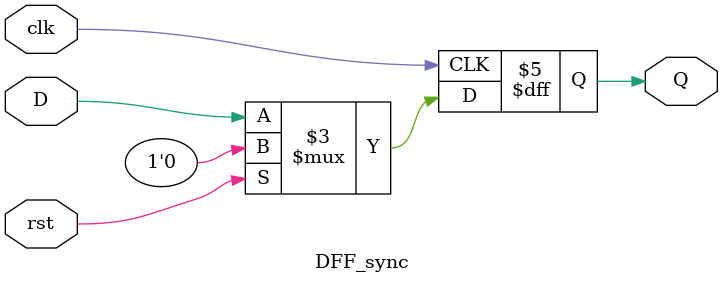
<source format=v>
`timescale 1ns / 1ps
module DFF_sync(
    input clk,
    input rst,
    input D,
    output reg Q
    );
    
always @(posedge clk) begin
    if(rst) Q <= 1'b0;
    else Q <= D;
end

endmodule
</source>
